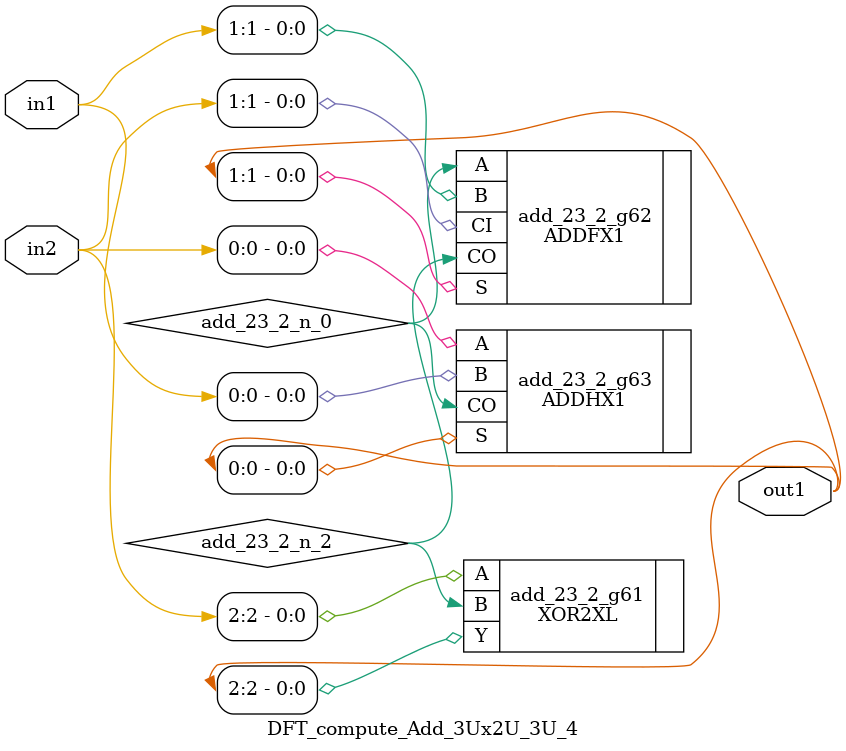
<source format=v>
`timescale 1ps / 1ps


module DFT_compute_Add_3Ux2U_3U_4(in2, in1, out1);
  input [2:0] in2;
  input [1:0] in1;
  output [2:0] out1;
  wire [2:0] in2;
  wire [1:0] in1;
  wire [2:0] out1;
  wire add_23_2_n_0, add_23_2_n_2;
  XOR2XL add_23_2_g61(.A (in2[2]), .B (add_23_2_n_2), .Y (out1[2]));
  ADDFX1 add_23_2_g62(.A (add_23_2_n_0), .B (in1[1]), .CI (in2[1]), .CO
       (add_23_2_n_2), .S (out1[1]));
  ADDHX1 add_23_2_g63(.A (in2[0]), .B (in1[0]), .CO (add_23_2_n_0), .S
       (out1[0]));
endmodule



</source>
